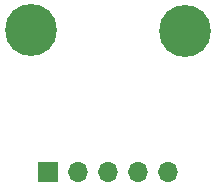
<source format=gbr>
%TF.GenerationSoftware,KiCad,Pcbnew,(5.1.10)-1*%
%TF.CreationDate,2021-11-07T18:39:57-08:00*%
%TF.ProjectId,mic_pcb,6d69635f-7063-4622-9e6b-696361645f70,rev?*%
%TF.SameCoordinates,Original*%
%TF.FileFunction,Soldermask,Bot*%
%TF.FilePolarity,Negative*%
%FSLAX46Y46*%
G04 Gerber Fmt 4.6, Leading zero omitted, Abs format (unit mm)*
G04 Created by KiCad (PCBNEW (5.1.10)-1) date 2021-11-07 18:39:57*
%MOMM*%
%LPD*%
G01*
G04 APERTURE LIST*
%ADD10C,0.700000*%
%ADD11C,4.400000*%
%ADD12O,1.700000X1.700000*%
%ADD13R,1.700000X1.700000*%
G04 APERTURE END LIST*
D10*
%TO.C,H2*%
X141506726Y-91003274D03*
X140340000Y-90520000D03*
X139173274Y-91003274D03*
X138690000Y-92170000D03*
X139173274Y-93336726D03*
X140340000Y-93820000D03*
X141506726Y-93336726D03*
X141990000Y-92170000D03*
D11*
X140340000Y-92170000D03*
%TD*%
D10*
%TO.C,H1*%
X128476726Y-90913274D03*
X127310000Y-90430000D03*
X126143274Y-90913274D03*
X125660000Y-92080000D03*
X126143274Y-93246726D03*
X127310000Y-93730000D03*
X128476726Y-93246726D03*
X128960000Y-92080000D03*
D11*
X127310000Y-92080000D03*
%TD*%
D12*
%TO.C,J1*%
X138930000Y-104030000D03*
X136390000Y-104030000D03*
X133850000Y-104030000D03*
X131310000Y-104030000D03*
D13*
X128770000Y-104030000D03*
%TD*%
M02*

</source>
